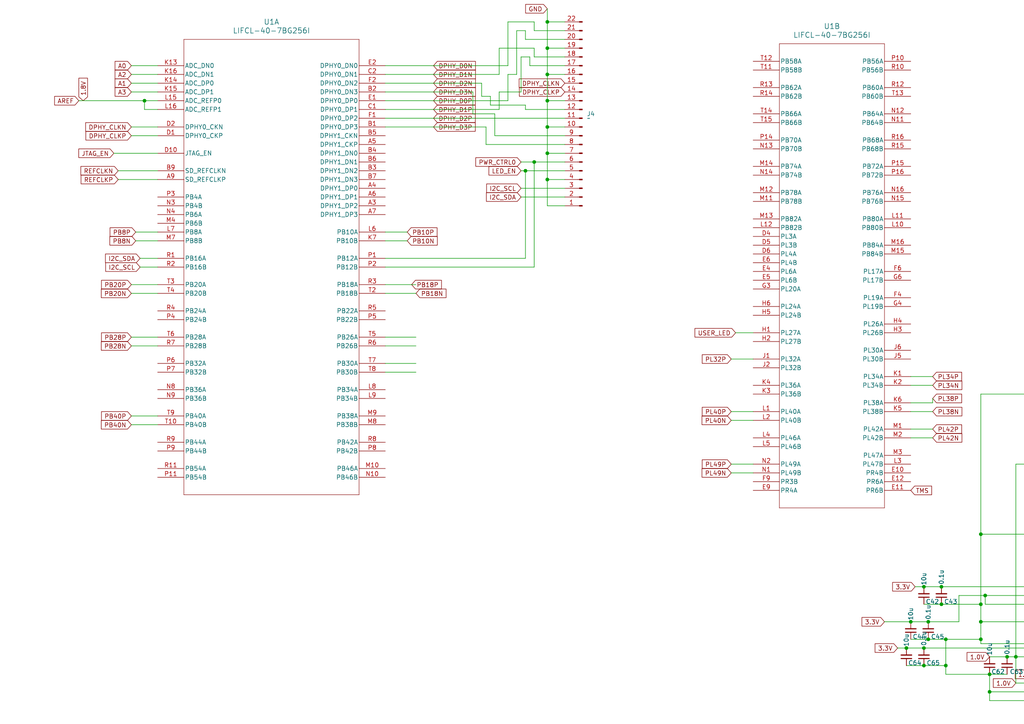
<source format=kicad_sch>
(kicad_sch (version 20231120) (generator "eeschema") (generator_version "8.0")
  (paper "A4")
  (junction (at 287.02 195.58))
  (junction (at 364.49 137.16))
  (junction (at 476.25 60.96))
  (junction (at 320.04 195.58))
  (junction (at 401.32 143.51))
  (junction (at 476.25 73.66))
  (junction (at 476.25 127))
  (junction (at 309.88 175.26))
  (junction (at 476.25 116.84))
  (junction (at 269.24 185.42))
  (junction (at 294.64 190.5))
  (junction (at 154.94 46.99))
  (junction (at 476.25 76.2))
  (junction (at 287.02 200.66))
  (junction (at 476.25 101.6))
  (junction (at 476.25 71.12))
  (junction (at 285.75 172.72))
  (junction (at 41.91 29.21))
  (junction (at 307.34 109.22))
  (junction (at 323.85 177.8))
  (junction (at 304.8 180.34))
  (junction (at 316.23 186.69))
  (junction (at 314.96 195.58))
  (junction (at 274.32 193.04))
  (junction (at 476.25 68.58))
  (junction (at 476.25 121.92))
  (junction (at 476.25 106.68))
  (junction (at 158.75 29.21))
  (junction (at 302.26 114.3))
  (junction (at 317.5 114.3))
  (junction (at 379.73 153.67))
  (junction (at 392.43 160.02))
  (junction (at 386.08 146.05))
  (junction (at 284.48 180.34))
  (junction (at 374.65 153.67))
  (junction (at 267.97 187.96))
  (junction (at 476.25 81.28))
  (junction (at 284.48 154.94))
  (junction (at 267.97 170.18))
  (junction (at 304.8 149.86))
  (junction (at 369.57 157.48))
  (junction (at 476.25 78.74))
  (junction (at 273.05 170.18))
  (junction (at 369.57 137.16))
  (junction (at 476.25 91.44))
  (junction (at 476.25 114.3))
  (junction (at 381 138.43))
  (junction (at 396.24 143.51))
  (junction (at 396.24 148.59))
  (junction (at 374.65 158.75))
  (junction (at 476.25 111.76))
  (junction (at 304.8 175.26))
  (junction (at 158.75 13.97))
  (junction (at 318.77 137.16))
  (junction (at 269.24 180.34))
  (junction (at 387.35 160.02))
  (junction (at 312.42 109.22))
  (junction (at 299.72 154.94))
  (junction (at 158.75 21.59))
  (junction (at 476.25 45.72))
  (junction (at 318.77 134.62))
  (junction (at 476.25 109.22))
  (junction (at 273.05 175.26))
  (junction (at 476.25 58.42))
  (junction (at 476.25 124.46))
  (junction (at 476.25 43.18))
  (junction (at 307.34 198.12))
  (junction (at 322.58 114.3))
  (junction (at 313.69 177.8))
  (junction (at 327.66 109.22))
  (junction (at 387.35 154.94))
  (junction (at 476.25 50.8))
  (junction (at 386.08 140.97))
  (junction (at 152.4 49.53))
  (junction (at 476.25 99.06))
  (junction (at 314.96 200.66))
  (junction (at 379.73 158.75))
  (junction (at 476.25 83.82))
  (junction (at 307.34 203.2))
  (junction (at 318.77 144.78))
  (junction (at 158.75 6.35))
  (junction (at 300.99 177.8))
  (junction (at 158.75 36.83))
  (junction (at 391.16 146.05))
  (junction (at 323.85 187.96))
  (junction (at 274.32 185.42))
  (junction (at 476.25 104.14))
  (junction (at 312.42 198.12))
  (junction (at 369.57 142.24))
  (junction (at 262.89 187.96))
  (junction (at 318.77 127))
  (junction (at 317.5 109.22))
  (junction (at 476.25 55.88))
  (junction (at 322.58 109.22))
  (junction (at 267.97 193.04))
  (junction (at 284.48 185.42))
  (junction (at 476.25 93.98))
  (junction (at 476.25 129.54))
  (junction (at 316.23 181.61))
  (junction (at 476.25 53.34))
  (junction (at 381 143.51))
  (junction (at 312.42 114.3))
  (junction (at 284.48 175.26))
  (junction (at 375.92 138.43))
  (junction (at 307.34 114.3))
  (junction (at 401.32 148.59))
  (junction (at 318.77 129.54))
  (junction (at 158.75 44.45))
  (junction (at 299.72 149.86))
  (junction (at 476.25 63.5))
  (junction (at 476.25 86.36))
  (junction (at 476.25 96.52))
  (junction (at 158.75 52.07))
  (junction (at 318.77 160.02))
  (junction (at 369.57 152.4))
  (junction (at 292.1 190.5))
  (junction (at 375.92 143.51))
  (junction (at 318.77 132.08))
  (junction (at 476.25 48.26))
  (junction (at 476.25 119.38))
  (junction (at 300.99 182.88))
  (junction (at 356.87 167.64))
  (junction (at 264.16 180.34))
  (junction (at 313.69 182.88))
  (junction (at 351.79 162.56))
  (junction (at 383.54 154.94))
  (junction (at 476.25 66.04))
  (junction (at 476.25 88.9))
  (junction (at 392.43 154.94))
  (junction (at 391.16 140.97))
  (junction (at 364.49 152.4))
  (wire (pts (xy 381 146.05) (xy 381 143.51)))
  (wire (pts (xy 144.78 13.97) (xy 154.94 13.97)))
  (wire (pts (xy 38.1 39.37) (xy 45.72 39.37)))
  (wire (pts (xy 373.38 157.48) (xy 373.38 158.75)))
  (wire (pts (xy 316.23 181.61) (xy 313.69 181.61)))
  (wire (pts (xy 323.85 180.34) (xy 313.69 180.34)))
  (wire (pts (xy 392.43 154.94) (xy 387.35 154.94)))
  (wire (pts (xy 285.75 175.26) (xy 285.75 172.72)))
  (wire (pts (xy 312.42 13.97) (xy 317.5 13.97)))
  (wire (pts (xy 408.94 143.51) (xy 408.94 154.94)))
  (wire (pts (xy 387.35 160.02) (xy 392.43 160.02)))
  (wire (pts (xy 147.32 29.21) (xy 147.32 21.59)))
  (wire (pts (xy 375.92 138.43) (xy 381 138.43)))
  (wire (pts (xy 269.24 180.34) (xy 278.13 180.34)))
  (wire (pts (xy 152.4 30.48) (xy 152.4 31.75)))
  (wire (pts (xy 212.09 119.38) (xy 218.44 119.38)))
  (wire (pts (xy 151.13 57.15) (xy 163.83 57.15)))
  (wire (pts (xy 317.5 109.22) (xy 322.58 109.22)))
  (wire (pts (xy 386.08 146.05) (xy 391.16 146.05)))
  (wire (pts (xy 396.24 148.59) (xy 401.32 148.59)))
  (wire (pts (xy 154.94 8.89) (xy 163.83 8.89)))
  (wire (pts (xy 274.32 195.58) (xy 274.32 193.04)))
  (wire (pts (xy 323.85 134.62) (xy 318.77 134.62)))
  (wire (pts (xy 316.23 186.69) (xy 284.48 186.69)))
  (wire (pts (xy 264.16 119.38) (xy 270.51 119.38)))
  (wire (pts (xy 152.4 49.53) (xy 152.4 74.93)))
  (wire (pts (xy 476.25 99.06) (xy 476.25 101.6)))
  (wire (pts (xy 158.75 44.45) (xy 158.75 52.07)))
  (wire (pts (xy 476.25 127) (xy 476.25 129.54)))
  (wire (pts (xy 309.88 64.77) (xy 317.5 64.77)))
  (wire (pts (xy 476.25 91.44) (xy 476.25 93.98)))
  (wire (pts (xy 374.65 158.75) (xy 379.73 158.75)))
  (wire (pts (xy 323.85 177.8) (xy 313.69 177.8)))
  (wire (pts (xy 351.79 162.56) (xy 356.87 162.56)))
  (wire (pts (xy 323.85 162.56) (xy 344.17 162.56)))
  (wire (pts (xy 312.42 109.22) (xy 317.5 109.22)))
  (wire (pts (xy 143.51 33.02) (xy 143.51 39.37)))
  (wire (pts (xy 139.7 24.13) (xy 139.7 27.94)))
  (wire (pts (xy 383.54 160.02) (xy 383.54 154.94)))
  (wire (pts (xy 212.09 104.14) (xy 218.44 104.14)))
  (wire (pts (xy 154.94 46.99) (xy 163.83 46.99)))
  (wire (pts (xy 284.48 175.26) (xy 284.48 154.94)))
  (wire (pts (xy 316.23 186.69) (xy 321.31 186.69)))
  (wire (pts (xy 284.48 180.34) (xy 304.8 180.34)))
  (wire (pts (xy 408.94 154.94) (xy 392.43 154.94)))
  (wire (pts (xy 401.32 143.51) (xy 408.94 143.51)))
  (wire (pts (xy 369.57 152.4) (xy 364.49 152.4)))
  (wire (pts (xy 260.35 187.96) (xy 262.89 187.96)))
  (wire (pts (xy 364.49 137.16) (xy 369.57 137.16)))
  (wire (pts (xy 111.76 100.33) (xy 120.65 100.33)))
  (wire (pts (xy 40.64 74.93) (xy 45.72 74.93)))
  (wire (pts (xy 267.97 170.18) (xy 273.05 170.18)))
  (wire (pts (xy 149.86 8.89) (xy 152.4 8.89)))
  (wire (pts (xy 322.58 114.3) (xy 327.66 114.3)))
  (wire (pts (xy 299.72 198.12) (xy 294.64 198.12)))
  (wire (pts (xy 273.05 170.18) (xy 323.85 170.18)))
  (wire (pts (xy 300.99 177.8) (xy 300.99 182.88)))
  (wire (pts (xy 321.31 137.16) (xy 321.31 135.89)))
  (wire (pts (xy 304.8 175.26) (xy 309.88 175.26)))
  (wire (pts (xy 111.76 97.79) (xy 120.65 97.79)))
  (wire (pts (xy 476.25 124.46) (xy 476.25 127)))
  (wire (pts (xy 347.98 157.48) (xy 359.41 157.48)))
  (wire (pts (xy 476.25 96.52) (xy 476.25 99.06)))
  (wire (pts (xy 147.32 21.59) (xy 149.86 21.59)))
  (wire (pts (xy 111.76 36.83) (xy 140.97 36.83)))
  (wire (pts (xy 111.76 19.05) (xy 147.32 19.05)))
  (wire (pts (xy 264.16 109.22) (xy 270.51 109.22)))
  (wire (pts (xy 264.16 116.84) (xy 270.51 116.84)))
  (wire (pts (xy 381 138.43) (xy 386.08 138.43)))
  (wire (pts (xy 351.79 167.64) (xy 356.87 167.64)))
  (wire (pts (xy 359.41 160.02) (xy 383.54 160.02)))
  (wire (pts (xy 294.64 134.62) (xy 294.64 190.5)))
  (wire (pts (xy 364.49 142.24) (xy 369.57 142.24)))
  (wire (pts (xy 111.76 26.67) (xy 137.16 26.67)))
  (wire (pts (xy 476.25 101.6) (xy 476.25 104.14)))
  (wire (pts (xy 33.02 44.45) (xy 45.72 44.45)))
  (wire (pts (xy 374.65 153.67) (xy 374.65 152.4)))
  (wire (pts (xy 386.08 140.97) (xy 391.16 140.97)))
  (wire (pts (xy 264.16 124.46) (xy 270.51 124.46)))
  (wire (pts (xy 476.25 121.92) (xy 476.25 124.46)))
  (wire (pts (xy 154.94 6.35) (xy 154.94 8.89)))
  (wire (pts (xy 476.25 55.88) (xy 476.25 58.42)))
  (wire (pts (xy 151.13 49.53) (xy 152.4 49.53)))
  (wire (pts (xy 39.37 69.85) (xy 45.72 69.85)))
  (wire (pts (xy 311.15 34.29) (xy 317.5 34.29)))
  (wire (pts (xy 158.75 21.59) (xy 158.75 29.21)))
  (wire (pts (xy 476.25 63.5) (xy 476.25 66.04)))
  (wire (pts (xy 158.75 52.07) (xy 163.83 52.07)))
  (wire (pts (xy 314.96 149.86) (xy 323.85 149.86)))
  (wire (pts (xy 476.25 114.3) (xy 476.25 116.84)))
  (wire (pts (xy 384.81 160.02) (xy 387.35 160.02)))
  (wire (pts (xy 284.48 180.34) (xy 284.48 175.26)))
  (wire (pts (xy 307.34 198.12) (xy 304.8 198.12)))
  (wire (pts (xy 287.02 195.58) (xy 292.1 195.58)))
  (wire (pts (xy 274.32 193.04) (xy 274.32 185.42)))
  (wire (pts (xy 316.23 127) (xy 318.77 127)))
  (wire (pts (xy 318.77 144.78) (xy 318.77 160.02)))
  (wire (pts (xy 379.73 158.75) (xy 384.81 158.75)))
  (wire (pts (xy 41.91 31.75) (xy 41.91 29.21)))
  (wire (pts (xy 318.77 127) (xy 318.77 118.11)))
  (wire (pts (xy 158.75 36.83) (xy 158.75 44.45)))
  (wire (pts (xy 391.16 148.59) (xy 396.24 148.59)))
  (wire (pts (xy 111.76 107.95) (xy 120.65 107.95)))
  (wire (pts (xy 264.16 127) (xy 270.51 127)))
  (wire (pts (xy 267.97 187.96) (xy 323.85 187.96)))
  (wire (pts (xy 45.72 31.75) (xy 41.91 31.75)))
  (wire (pts (xy 476.25 86.36) (xy 476.25 88.9)))
  (wire (pts (xy 321.31 135.89) (xy 364.49 135.89)))
  (wire (pts (xy 300.99 195.58) (xy 300.99 182.88)))
  (wire (pts (xy 299.72 154.94) (xy 304.8 154.94)))
  (wire (pts (xy 213.36 96.52) (xy 218.44 96.52)))
  (wire (pts (xy 274.32 185.42) (xy 284.48 185.42)))
  (wire (pts (xy 318.77 127) (xy 323.85 127)))
  (wire (pts (xy 396.24 143.51) (xy 383.54 143.51)))
  (wire (pts (xy 313.69 177.8) (xy 313.69 180.34)))
  (wire (pts (xy 307.34 203.2) (xy 287.02 203.2)))
  (wire (pts (xy 359.41 139.7) (xy 353.06 139.7)))
  (wire (pts (xy 320.04 195.58) (xy 323.85 195.58)))
  (wire (pts (xy 303.53 190.5) (xy 294.64 190.5)))
  (wire (pts (xy 163.83 19.05) (xy 153.67 19.05)))
  (wire (pts (xy 316.23 137.16) (xy 318.77 137.16)))
  (wire (pts (xy 336.55 177.8) (xy 323.85 177.8)))
  (wire (pts (xy 318.77 132.08) (xy 318.77 129.54)))
  (wire (pts (xy 302.26 114.3) (xy 307.34 114.3)))
  (wire (pts (xy 40.64 77.47) (xy 45.72 77.47)))
  (wire (pts (xy 384.81 158.75) (xy 384.81 160.02)))
  (wire (pts (xy 267.97 193.04) (xy 274.32 193.04)))
  (wire (pts (xy 364.49 157.48) (xy 369.57 157.48)))
  (wire (pts (xy 300.99 182.88) (xy 313.69 182.88)))
  (wire (pts (xy 476.25 76.2) (xy 476.25 78.74)))
  (wire (pts (xy 158.75 6.35) (xy 163.83 6.35)))
  (wire (pts (xy 318.77 137.16) (xy 321.31 137.16)))
  (wire (pts (xy 314.96 200.66) (xy 320.04 200.66)))
  (wire (pts (xy 152.4 8.89) (xy 152.4 11.43)))
  (wire (pts (xy 111.76 67.31) (xy 118.11 67.31)))
  (wire (pts (xy 323.85 198.12) (xy 312.42 198.12)))
  (wire (pts (xy 356.87 167.64) (xy 387.35 167.64)))
  (wire (pts (xy 476.25 78.74) (xy 476.25 81.28)))
  (wire (pts (xy 476.25 68.58) (xy 476.25 71.12)))
  (wire (pts (xy 318.77 160.02) (xy 323.85 160.02)))
  (wire (pts (xy 264.16 180.34) (xy 269.24 180.34)))
  (wire (pts (xy 369.57 143.51) (xy 369.57 142.24)))
  (wire (pts (xy 323.85 139.7) (xy 347.98 139.7)))
  (wire (pts (xy 334.01 118.11) (xy 334.01 109.22)))
  (wire (pts (xy 39.37 67.31) (xy 45.72 67.31)))
  (wire (pts (xy 142.24 30.48) (xy 152.4 30.48)))
  (wire (pts (xy 386.08 146.05) (xy 381 146.05)))
  (wire (pts (xy 158.75 29.21) (xy 163.83 29.21)))
  (wire (pts (xy 375.92 138.43) (xy 359.41 138.43)))
  (wire (pts (xy 353.06 154.94) (xy 374.65 154.94)))
  (wire (pts (xy 360.68 142.24) (xy 360.68 140.97)))
  (wire (pts (xy 312.42 114.3) (xy 317.5 114.3)))
  (wire (pts (xy 396.24 148.59) (xy 396.24 160.02)))
  (wire (pts (xy 323.85 142.24) (xy 342.9 142.24)))
  (wire (pts (xy 111.76 29.21) (xy 147.32 29.21)))
  (wire (pts (xy 476.25 48.26) (xy 476.25 50.8)))
  (wire (pts (xy 38.1 19.05) (xy 45.72 19.05)))
  (wire (pts (xy 476.25 93.98) (xy 476.25 96.52)))
  (wire (pts (xy 111.76 34.29) (xy 163.83 34.29)))
  (wire (pts (xy 158.75 6.35) (xy 158.75 13.97)))
  (wire (pts (xy 323.85 129.54) (xy 318.77 129.54)))
  (wire (pts (xy 285.75 172.72) (xy 323.85 172.72)))
  (wire (pts (xy 309.88 149.86) (xy 304.8 149.86)))
  (wire (pts (xy 38.1 100.33) (xy 45.72 100.33)))
  (wire (pts (xy 391.16 146.05) (xy 391.16 148.59)))
  (wire (pts (xy 287.02 190.5) (xy 292.1 190.5)))
  (wire (pts (xy 476.25 45.72) (xy 476.25 48.26)))
  (wire (pts (xy 476.25 43.18) (xy 476.25 45.72)))
  (wire (pts (xy 284.48 185.42) (xy 284.48 180.34)))
  (wire (pts (xy 354.33 144.78) (xy 383.54 144.78)))
  (wire (pts (xy 476.25 83.82) (xy 476.25 86.36)))
  (wire (pts (xy 304.8 180.34) (xy 309.88 180.34)))
  (wire (pts (xy 347.98 142.24) (xy 360.68 142.24)))
  (wire (pts (xy 476.25 109.22) (xy 476.25 111.76)))
  (wire (pts (xy 323.85 154.94) (xy 347.98 154.94)))
  (wire (pts (xy 308.61 190.5) (xy 323.85 190.5)))
  (wire (pts (xy 387.35 167.64) (xy 387.35 160.02)))
  (wire (pts (xy 299.72 144.78) (xy 318.77 144.78)))
  (wire (pts (xy 294.64 198.12) (xy 294.64 190.5)))
  (wire (pts (xy 158.75 59.69) (xy 163.83 59.69)))
  (wire (pts (xy 278.13 180.34) (xy 278.13 172.72)))
  (wire (pts (xy 153.67 16.51) (xy 151.13 16.51)))
  (wire (pts (xy 256.54 180.34) (xy 264.16 180.34)))
  (wire (pts (xy 307.34 114.3) (xy 312.42 114.3)))
  (wire (pts (xy 476.25 60.96) (xy 476.25 63.5)))
  (wire (pts (xy 308.61 62.23) (xy 317.5 62.23)))
  (wire (pts (xy 22.86 29.21) (xy 41.91 29.21)))
  (wire (pts (xy 267.97 175.26) (xy 273.05 175.26)))
  (wire (pts (xy 304.8 149.86) (xy 299.72 149.86)))
  (wire (pts (xy 111.76 24.13) (xy 139.7 24.13)))
  (wire (pts (xy 317.5 114.3) (xy 322.58 114.3)))
  (wire (pts (xy 212.09 134.62) (xy 218.44 134.62)))
  (wire (pts (xy 38.1 36.83) (xy 45.72 36.83)))
  (wire (pts (xy 158.75 52.07) (xy 158.75 59.69)))
  (wire (pts (xy 158.75 13.97) (xy 163.83 13.97)))
  (wire (pts (xy 140.97 36.83) (xy 140.97 41.91)))
  (wire (pts (xy 373.38 158.75) (xy 374.65 158.75)))
  (wire (pts (xy 287.02 203.2) (xy 287.02 200.66)))
  (wire (pts (xy 262.89 193.04) (xy 267.97 193.04)))
  (wire (pts (xy 318.77 129.54) (xy 318.77 127)))
  (wire (pts (xy 391.16 140.97) (xy 396.24 140.97)))
  (wire (pts (xy 312.42 198.12) (xy 307.34 198.12)))
  (wire (pts (xy 476.25 50.8) (xy 476.25 53.34)))
  (wire (pts (xy 349.25 162.56) (xy 351.79 162.56)))
  (wire (pts (xy 387.35 154.94) (xy 383.54 154.94)))
  (wire (pts (xy 38.1 21.59) (xy 45.72 21.59)))
  (wire (pts (xy 323.85 152.4) (xy 354.33 152.4)))
  (wire (pts (xy 149.86 8.89) (xy 149.86 21.59)))
  (wire (pts (xy 360.68 140.97) (xy 386.08 140.97)))
  (wire (pts (xy 38.1 97.79) (xy 45.72 97.79)))
  (wire (pts (xy 309.88 72.39) (xy 317.5 72.39)))
  (wire (pts (xy 111.76 74.93) (xy 152.4 74.93)))
  (wire (pts (xy 369.57 157.48) (xy 373.38 157.48)))
  (wire (pts (xy 143.51 39.37) (xy 163.83 39.37)))
  (wire (pts (xy 299.72 154.94) (xy 284.48 154.94)))
  (wire (pts (xy 313.69 177.8) (xy 300.99 177.8)))
  (wire (pts (xy 381 16.51) (xy 373.38 16.51)))
  (wire (pts (xy 292.1 190.5) (xy 294.64 190.5)))
  (wire (pts (xy 307.34 203.2) (xy 312.42 203.2)))
  (wire (pts (xy 142.24 27.94) (xy 142.24 30.48)))
  (wire (pts (xy 318.77 118.11) (xy 334.01 118.11)))
  (wire (pts (xy 111.76 21.59) (xy 144.78 21.59)))
  (wire (pts (xy 144.78 31.75) (xy 144.78 26.67)))
  (wire (pts (xy 476.25 104.14) (xy 476.25 106.68)))
  (wire (pts (xy 322.58 109.22) (xy 327.66 109.22)))
  (wire (pts (xy 302.26 109.22) (xy 307.34 109.22)))
  (wire (pts (xy 158.75 2.54) (xy 158.75 6.35)))
  (wire (pts (xy 323.85 144.78) (xy 349.25 144.78)))
  (wire (pts (xy 476.25 106.68) (xy 476.25 109.22)))
  (wire (pts (xy 38.1 26.67) (xy 45.72 26.67)))
  (wire (pts (xy 396.24 160.02) (xy 392.43 160.02)))
  (wire (pts (xy 152.4 11.43) (xy 163.83 11.43)))
  (wire (pts (xy 137.16 26.67) (xy 137.16 33.02)))
  (wire (pts (xy 212.09 137.16) (xy 218.44 137.16)))
  (wire (pts (xy 300.99 160.02) (xy 318.77 160.02)))
  (wire (pts (xy 111.76 31.75) (xy 144.78 31.75)))
  (wire (pts (xy 318.77 134.62) (xy 318.77 132.08)))
  (wire (pts (xy 273.05 175.26) (xy 284.48 175.26)))
  (wire (pts (xy 154.94 77.47) (xy 154.94 46.99)))
  (wire (pts (xy 323.85 137.16) (xy 353.06 137.16)))
  (wire (pts (xy 265.43 170.18) (xy 267.97 170.18)))
  (wire (pts (xy 313.69 181.61) (xy 313.69 182.88)))
  (wire (pts (xy 318.77 134.62) (xy 294.64 134.62)))
  (wire (pts (xy 304.8 175.26) (xy 285.75 175.26)))
  (wire (pts (xy 383.54 143.51) (xy 383.54 144.78)))
  (wire (pts (xy 264.16 185.42) (xy 269.24 185.42)))
  (wire (pts (xy 476.25 111.76) (xy 476.25 114.3)))
  (wire (pts (xy 401.32 143.51) (xy 396.24 143.51)))
  (wire (pts (xy 323.85 185.42) (xy 323.85 187.96)))
  (wire (pts (xy 373.38 69.85) (xy 384.81 69.85)))
  (wire (pts (xy 369.57 137.16) (xy 375.92 137.16)))
  (wire (pts (xy 375.92 143.51) (xy 369.57 143.51)))
  (wire (pts (xy 278.13 172.72) (xy 285.75 172.72)))
  (wire (pts (xy 144.78 26.67) (xy 151.13 26.67)))
  (wire (pts (xy 111.76 77.47) (xy 154.94 77.47)))
  (wire (pts (xy 323.85 132.08) (xy 318.77 132.08)))
  (wire (pts (xy 270.51 115.57) (xy 270.51 116.84)))
  (wire (pts (xy 264.16 111.76) (xy 270.51 111.76)))
  (wire (pts (xy 359.41 138.43) (xy 359.41 139.7)))
  (wire (pts (xy 153.67 19.05) (xy 153.67 16.51)))
  (wire (pts (xy 476.25 119.38) (xy 476.25 121.92)))
  (wire (pts (xy 147.32 6.35) (xy 147.32 19.05)))
  (wire (pts (xy 359.41 157.48) (xy 359.41 160.02)))
  (wire (pts (xy 476.25 58.42) (xy 476.25 60.96)))
  (wire (pts (xy 476.25 53.34) (xy 476.25 55.88)))
  (wire (pts (xy 383.54 154.94) (xy 383.54 153.67)))
  (wire (pts (xy 384.81 67.31) (xy 373.38 67.31)))
  (wire (pts (xy 111.76 82.55) (xy 120.65 82.55)))
  (wire (pts (xy 476.25 81.28) (xy 476.25 83.82)))
  (wire (pts (xy 375.92 143.51) (xy 381 143.51)))
  (wire (pts (xy 38.1 85.09) (xy 45.72 85.09)))
  (wire (pts (xy 158.75 29.21) (xy 158.75 36.83)))
  (wire (pts (xy 364.49 135.89) (xy 364.49 137.16)))
  (wire (pts (xy 158.75 44.45) (xy 163.83 44.45)))
  (wire (pts (xy 38.1 120.65) (xy 45.72 120.65)))
  (wire (pts (xy 476.25 129.54) (xy 476.25 137.16)))
  (wire (pts (xy 323.85 157.48) (xy 342.9 157.48)))
  (wire (pts (xy 139.7 27.94) (xy 142.24 27.94)))
  (wire (pts (xy 287.02 200.66) (xy 287.02 195.58)))
  (wire (pts (xy 38.1 123.19) (xy 45.72 123.19)))
  (wire (pts (xy 262.89 187.96) (xy 267.97 187.96)))
  (wire (pts (xy 314.96 200.66) (xy 287.02 200.66)))
  (wire (pts (xy 318.77 137.16) (xy 318.77 144.78)))
  (wire (pts (xy 287.02 195.58) (xy 274.32 195.58)))
  (wire (pts (xy 41.91 29.21) (xy 45.72 29.21)))
  (wire (pts (xy 358.14 137.16) (xy 364.49 137.16)))
  (wire (pts (xy 154.94 16.51) (xy 163.83 16.51)))
  (wire (pts (xy 284.48 154.94) (xy 284.48 114.3)))
  (wire (pts (xy 152.4 49.53) (xy 163.83 49.53)))
  (wire (pts (xy 152.4 31.75) (xy 163.83 31.75)))
  (wire (pts (xy 299.72 149.86) (xy 299.72 144.78)))
  (wire (pts (xy 34.29 52.07) (xy 45.72 52.07)))
  (wire (pts (xy 284.48 186.69) (xy 284.48 185.42)))
  (wire (pts (xy 158.75 36.83) (xy 163.83 36.83)))
  (wire (pts (xy 313.69 182.88) (xy 323.85 182.88)))
  (wire (pts (xy 151.13 26.67) (xy 151.13 16.51)))
  (wire (pts (xy 284.48 114.3) (xy 302.26 114.3)))
  (wire (pts (xy 309.88 69.85) (xy 317.5 69.85)))
  (wire (pts (xy 476.25 66.04) (xy 476.25 68.58)))
  (wire (pts (xy 379.73 153.67) (xy 374.65 153.67)))
  (wire (pts (xy 476.25 88.9) (xy 476.25 91.44)))
  (wire (pts (xy 212.09 121.92) (xy 218.44 121.92)))
  (wire (pts (xy 334.01 109.22) (xy 327.66 109.22)))
  (wire (pts (xy 154.94 13.97) (xy 154.94 16.51)))
  (wire (pts (xy 374.65 154.94) (xy 374.65 153.67)))
  (wire (pts (xy 476.25 71.12) (xy 476.25 73.66)))
  (wire (pts (xy 476.25 73.66) (xy 476.25 76.2)))
  (wire (pts (xy 38.1 24.13) (xy 45.72 24.13)))
  (wire (pts (xy 300.99 195.58) (xy 307.34 195.58)))
  (wire (pts (xy 307.34 109.22) (xy 312.42 109.22)))
  (wire (pts (xy 269.24 185.42) (xy 274.32 185.42)))
  (wire (pts (xy 312.42 195.58) (xy 314.96 195.58)))
  (wire (pts (xy 374.65 152.4) (xy 369.57 152.4)))
  (wire (pts (xy 316.23 181.61) (xy 321.31 181.61)))
  (wire (pts (xy 111.76 69.85) (xy 118.11 69.85)))
  (wire (pts (xy 158.75 21.59) (xy 163.83 21.59)))
  (wire (pts (xy 314.96 195.58) (xy 320.04 195.58)))
  (wire (pts (xy 476.25 116.84) (xy 476.25 119.38)))
  (wire (pts (xy 137.16 33.02) (xy 143.51 33.02)))
  (wire (pts (xy 147.32 6.35) (xy 154.94 6.35)))
  (wire (pts (xy 151.13 46.99) (xy 154.94 46.99)))
  (wire (pts (xy 476.25 40.64) (xy 476.25 43.18)))
  (wire (pts (xy 158.75 13.97) (xy 158.75 21.59)))
  (wire (pts (xy 34.29 49.53) (xy 45.72 49.53)))
  (wire (pts (xy 111.76 105.41) (xy 120.65 105.41)))
  (wire (pts (xy 373.38 74.93) (xy 383.54 74.93)))
  (wire (pts (xy 373.38 21.59) (xy 381 21.59)))
  (wire (pts (xy 38.1 82.55) (xy 45.72 82.55)))
  (wire (pts (xy 309.88 175.26) (xy 323.85 175.26)))
  (wire (pts (xy 386.08 138.43) (xy 386.08 140.97)))
  (wire (pts (xy 300.99 160.02) (xy 300.99 177.8)))
  (wire (pts (xy 383.54 153.67) (xy 379.73 153.67)))
  (wire (pts (xy 364.49 152.4) (xy 359.41 152.4)))
  (wire (pts (xy 140.97 41.91) (xy 163.83 41.91)))
  (wire (pts (xy 144.78 21.59) (xy 144.78 13.97)))
  (wire (pts (xy 375.92 137.16) (xy 375.92 138.43)))
  (wire (pts (xy 396.24 140.97) (xy 396.24 143.51)))
  (wire (pts (xy 151.13 54.61) (xy 163.83 54.61)))
  (wire (pts (xy 111.76 85.09) (xy 120.65 85.09)))
  (global_label "PL49N" (shape input) (at 212.09 137.16 180) (property "Intersheetrefs" "${INTERSHEET_REFS}" (effects (hide yes))))
  (global_label "PB40P" (shape input) (at 38.1 120.65 180) (property "Intersheetrefs" "${INTERSHEET_REFS}" (effects (hide yes))))
  (global_label "PB20P" (shape input) (at 38.1 82.55 180) (property "Intersheetrefs" "${INTERSHEET_REFS}" (effects (hide yes))))
  (global_label "1.8V" (shape input) (at 316.23 137.16 180) (property "Intersheetrefs" "${INTERSHEET_REFS}" (effects (hide yes))))
  (global_label "TMS" (shape input) (at 264.16 142.24 0) (property "Intersheetrefs" "${INTERSHEET_REFS}" (effects (hide yes))))
  (global_label "PB28P" (shape input) (at 38.1 97.79 180) (property "Intersheetrefs" "${INTERSHEET_REFS}" (effects (hide yes))))
  (global_label "PL49P" (shape input) (at 212.09 134.62 180) (property "Intersheetrefs" "${INTERSHEET_REFS}" (effects (hide yes))))
  (global_label "PL34P" (shape input) (at 270.51 109.22 0) (property "Intersheetrefs" "${INTERSHEET_REFS}" (effects (hide yes))))
  (global_label "JTAG_EN" (shape input) (at 33.02 44.45 180) (property "Intersheetrefs" "${INTERSHEET_REFS}" (effects (hide yes))))
  (global_label "PB10P" (shape input) (at 118.11 67.31 0) (property "Intersheetrefs" "${INTERSHEET_REFS}" (effects (hide yes))))
  (global_label "PROGRAM" (shape input) (at 309.88 64.77 180) (property "Intersheetrefs" "${INTERSHEET_REFS}" (effects (hide yes))))
  (global_label "DPHY_D0P" (shape input) (at 125.73 29.21 0) (property "Intersheetrefs" "${INTERSHEET_REFS}" (effects (hide yes))))
  (global_label "GND" (shape input) (at 158.75 2.54 180) (property "Intersheetrefs" "${INTERSHEET_REFS}" (effects (hide yes))))
  (global_label "PWR_CTRL0" (shape input) (at 151.13 46.99 180) (property "Intersheetrefs" "${INTERSHEET_REFS}" (effects (hide yes))))
  (global_label "DPHY_D2N" (shape input) (at 125.73 24.13 0) (property "Intersheetrefs" "${INTERSHEET_REFS}" (effects (hide yes))))
  (global_label "1.0V" (shape input) (at 294.64 198.12 180) (property "Intersheetrefs" "${INTERSHEET_REFS}" (effects (hide yes))))
  (global_label "DPHY_D3N" (shape input) (at 125.73 26.67 0) (property "Intersheetrefs" "${INTERSHEET_REFS}" (effects (hide yes))))
  (global_label "DPHY_D3P" (shape input) (at 125.73 36.83 0) (property "Intersheetrefs" "${INTERSHEET_REFS}" (effects (hide yes))))
  (global_label "12MHZ" (shape input) (at 311.15 34.29 180) (property "Intersheetrefs" "${INTERSHEET_REFS}" (effects (hide yes))))
  (global_label "USER_LED" (shape input) (at 213.36 96.52 180) (property "Intersheetrefs" "${INTERSHEET_REFS}" (effects (hide yes))))
  (global_label "PL38N" (shape input) (at 270.51 119.38 0) (property "Intersheetrefs" "${INTERSHEET_REFS}" (effects (hide yes))))
  (global_label "3.3V" (shape input) (at 260.35 187.96 180) (property "Intersheetrefs" "${INTERSHEET_REFS}" (effects (hide yes))))
  (global_label "INIT" (shape input) (at 308.61 62.23 180) (property "Intersheetrefs" "${INTERSHEET_REFS}" (effects (hide yes))))
  (global_label "1.0V" (shape input) (at 316.23 127 180) (property "Intersheetrefs" "${INTERSHEET_REFS}" (effects (hide yes))))
  (global_label "A1" (shape input) (at 38.1 24.13 180) (property "Intersheetrefs" "${INTERSHEET_REFS}" (effects (hide yes))))
  (global_label "PL34N" (shape input) (at 270.51 111.76 0) (property "Intersheetrefs" "${INTERSHEET_REFS}" (effects (hide yes))))
  (global_label "DPHY_D1N" (shape input) (at 125.73 21.59 0) (property "Intersheetrefs" "${INTERSHEET_REFS}" (effects (hide yes))))
  (global_label "MOSI" (shape input) (at 309.88 72.39 180) (property "Intersheetrefs" "${INTERSHEET_REFS}" (effects (hide yes))))
  (global_label "DPHY_CLKN" (shape input) (at 163.83 24.13 180) (property "Intersheetrefs" "${INTERSHEET_REFS}" (effects (hide yes))))
  (global_label "1.0V" (shape input) (at 356.87 162.56 0) (property "Intersheetrefs" "${INTERSHEET_REFS}" (effects (hide yes))))
  (global_label "PL40N" (shape input) (at 212.09 121.92 180) (property "Intersheetrefs" "${INTERSHEET_REFS}" (effects (hide yes))))
  (global_label "PB40N" (shape input) (at 38.1 123.19 180) (property "Intersheetrefs" "${INTERSHEET_REFS}" (effects (hide yes))))
  (global_label "PB10N" (shape input) (at 118.11 69.85 0) (property "Intersheetrefs" "${INTERSHEET_REFS}" (effects (hide yes))))
  (global_label "REFCLKP" (shape input) (at 34.29 52.07 180) (property "Intersheetrefs" "${INTERSHEET_REFS}" (effects (hide yes))))
  (global_label "TDI" (shape input) (at 312.42 13.97 180) (property "Intersheetrefs" "${INTERSHEET_REFS}" (effects (hide yes))))
  (global_label "I2C_SCL" (shape input) (at 151.13 54.61 180) (property "Intersheetrefs" "${INTERSHEET_REFS}" (effects (hide yes))))
  (global_label "3.3V" (shape input) (at 265.43 170.18 180) (property "Intersheetrefs" "${INTERSHEET_REFS}" (effects (hide yes))))
  (global_label "PB8P" (shape input) (at 39.37 67.31 180) (property "Intersheetrefs" "${INTERSHEET_REFS}" (effects (hide yes))))
  (global_label "A0" (shape input) (at 38.1 19.05 180) (property "Intersheetrefs" "${INTERSHEET_REFS}" (effects (hide yes))))
  (global_label "3.3V" (shape input) (at 256.54 180.34 180) (property "Intersheetrefs" "${INTERSHEET_REFS}" (effects (hide yes))))
  (global_label "A3" (shape input) (at 38.1 26.67 180) (property "Intersheetrefs" "${INTERSHEET_REFS}" (effects (hide yes))))
  (global_label "1.0V" (shape input) (at 287.02 190.5 180) (property "Intersheetrefs" "${INTERSHEET_REFS}" (effects (hide yes))))
  (global_label "DPHY_CLKP" (shape input) (at 163.83 26.67 180) (property "Intersheetrefs" "${INTERSHEET_REFS}" (effects (hide yes))))
  (global_label "SCK" (shape input) (at 384.81 67.31 0) (property "Intersheetrefs" "${INTERSHEET_REFS}" (effects (hide yes))))
  (global_label "PL38P" (shape input) (at 270.51 115.57 0) (property "Intersheetrefs" "${INTERSHEET_REFS}" (effects (hide yes))))
  (global_label "I2C_SCL" (shape input) (at 40.64 77.47 180) (property "Intersheetrefs" "${INTERSHEET_REFS}" (effects (hide yes))))
  (global_label "CSN" (shape input) (at 309.88 69.85 180) (property "Intersheetrefs" "${INTERSHEET_REFS}" (effects (hide yes))))
  (global_label "1.8V" (shape input) (at 24.13 29.21 90) (property "Intersheetrefs" "${INTERSHEET_REFS}" (effects (hide yes))))
  (global_label "I2C_SDA" (shape input) (at 40.64 74.93 180) (property "Intersheetrefs" "${INTERSHEET_REFS}" (effects (hide yes))))
  (global_label "TCK" (shape input) (at 381 21.59 0) (property "Intersheetrefs" "${INTERSHEET_REFS}" (effects (hide yes))))
  (global_label "PL42P" (shape input) (at 270.51 124.46 0) (property "Intersheetrefs" "${INTERSHEET_REFS}" (effects (hide yes))))
  (global_label "CDONE" (shape input) (at 384.81 69.85 0) (property "Intersheetrefs" "${INTERSHEET_REFS}" (effects (hide yes))))
  (global_label "AREF" (shape input) (at 22.86 29.21 180) (property "Intersheetrefs" "${INTERSHEET_REFS}" (effects (hide yes))))
  (global_label "I2C_SDA" (shape input) (at 151.13 57.15 180) (property "Intersheetrefs" "${INTERSHEET_REFS}" (effects (hide yes))))
  (global_label "LED_EN" (shape input) (at 151.13 49.53 180) (property "Intersheetrefs" "${INTERSHEET_REFS}" (effects (hide yes))))
  (global_label "DPHY_CLKP" (shape input) (at 38.1 39.37 180) (property "Intersheetrefs" "${INTERSHEET_REFS}" (effects (hide yes))))
  (global_label "DPHY_D1P" (shape input) (at 125.73 31.75 0) (property "Intersheetrefs" "${INTERSHEET_REFS}" (effects (hide yes))))
  (global_label "DPHY_D0N" (shape input) (at 125.73 19.05 0) (property "Intersheetrefs" "${INTERSHEET_REFS}" (effects (hide yes))))
  (global_label "A2" (shape input) (at 38.1 21.59 180) (property "Intersheetrefs" "${INTERSHEET_REFS}" (effects (hide yes))))
  (global_label "PL32P" (shape input) (at 212.09 104.14 180) (property "Intersheetrefs" "${INTERSHEET_REFS}" (effects (hide yes))))
  (global_label "TDO" (shape input) (at 381 16.51 0) (property "Intersheetrefs" "${INTERSHEET_REFS}" (effects (hide yes))))
  (global_label "PL40P" (shape input) (at 212.09 119.38 180) (property "Intersheetrefs" "${INTERSHEET_REFS}" (effects (hide yes))))
  (global_label "PB20N" (shape input) (at 38.1 85.09 180) (property "Intersheetrefs" "${INTERSHEET_REFS}" (effects (hide yes))))
  (global_label "REFCLKN" (shape input) (at 34.29 49.53 180) (property "Intersheetrefs" "${INTERSHEET_REFS}" (effects (hide yes))))
  (global_label "DPHY_CLKN" (shape input) (at 38.1 36.83 180) (property "Intersheetrefs" "${INTERSHEET_REFS}" (effects (hide yes))))
  (global_label "MISO" (shape input) (at 383.54 74.93 0) (property "Intersheetrefs" "${INTERSHEET_REFS}" (effects (hide yes))))
  (global_label "PB18N" (shape input) (at 120.65 85.09 0) (property "Intersheetrefs" "${INTERSHEET_REFS}" (effects (hide yes))))
  (global_label "PB8N" (shape input) (at 39.37 69.85 180) (property "Intersheetrefs" "${INTERSHEET_REFS}" (effects (hide yes))))
  (global_label "PB18P" (shape input) (at 119.38 82.55 0) (property "Intersheetrefs" "${INTERSHEET_REFS}" (effects (hide yes))))
  (global_label "PB28N" (shape input) (at 38.1 100.33 180) (property "Intersheetrefs" "${INTERSHEET_REFS}" (effects (hide yes))))
  (global_label "1.8V" (shape input) (at 300.99 195.58 180) (property "Intersheetrefs" "${INTERSHEET_REFS}" (effects (hide yes))))
  (global_label "DPHY_D2P" (shape input) (at 125.73 34.29 0) (property "Intersheetrefs" "${INTERSHEET_REFS}" (effects (hide yes))))
  (global_label "PL42N" (shape input) (at 270.51 127 0) (property "Intersheetrefs" "${INTERSHEET_REFS}" (effects (hide yes))))
  (symbol (lib_id "Device:C_Small") (at 374.65 156.21 180) (unit 1)
    (property "Reference" "C56" (at 375.158 157.988 0) (effects (justify right)))
    (property "Value" "10u" (at 374.65 151.384 90))
    (property "Footprint" "Capacitor_SMD:C_0402_1005Metric" (effects (hide yes)))
    (property "Description" "Unpolarized capacitor, small symbol" (effects (hide yes)))
  )
  (symbol (lib_id "Device:L_Small") (at 309.88 195.58 90) (unit 1)
    (property "Reference" "L11" (at 309.88 190.5 90))
    (property "Value" "120" (at 309.88 193.04 90))
    (property "Footprint" "Inductor_SMD:L_0402_1005Metric" (effects (hide yes)))
    (property "Description" "Inductor, small symbol" (effects (hide yes)))
  )
  (symbol (lib_id "Device:C_Small") (at 264.16 182.88 180) (unit 1)
    (property "Reference" "C44" (at 264.668 184.658 0) (effects (justify right)))
    (property "Value" "10u" (at 264.16 178.054 90))
    (property "Footprint" "Capacitor_SMD:C_0402_1005Metric" (effects (hide yes)))
    (property "Description" "Unpolarized capacitor, small symbol" (effects (hide yes)))
  )
  (symbol (lib_id "power:GND") (at 476.25 137.16 0) (unit 1)
    (property "Reference" "#PWR01" (effects (hide yes)))
    (property "Value" "GND" (at 476.25 142.24 0))
    (property "Description" "Power symbol creates a global label with name \"GND\" , ground" (effects (hide yes)))
  )
  (symbol (lib_id "Device:C_Small") (at 387.35 157.48 180) (unit 1)
    (property "Reference" "C58" (at 387.858 159.258 0) (effects (justify right)))
    (property "Value" "10u" (at 387.35 152.654 90))
    (property "Footprint" "Capacitor_SMD:C_0402_1005Metric" (effects (hide yes)))
    (property "Description" "Unpolarized capacitor, small symbol" (effects (hide yes)))
  )
  (symbol (lib_id "Device:C_Small") (at 320.04 198.12 180) (unit 1)
    (property "Reference" "C67" (at 320.802 199.898 0) (effects (justify right)))
    (property "Value" "0.1u" (at 320.04 192.786 90))
    (property "Footprint" "Capacitor_SMD:C_0201_0603Metric" (effects (hide yes)))
    (property "Description" "Unpolarized capacitor, small symbol" (effects (hide yes)))
  )
  (symbol (lib_id "Device:C_Small") (at 369.57 139.7 180) (unit 1)
    (property "Reference" "C47" (at 370.332 141.478 0) (effects (justify right)))
    (property "Value" "0.1u" (at 369.57 134.366 90))
    (property "Footprint" "Capacitor_SMD:C_0201_0603Metric" (effects (hide yes)))
    (property "Description" "Unpolarized capacitor, small symbol" (effects (hide yes)))
  )
  (symbol (lib_id "Device:C_Small") (at 317.5 111.76 180) (unit 1)
    (property "Reference" "C9" (at 318.262 113.538 0) (effects (justify right)))
    (property "Value" "0.1u" (at 317.5 106.426 90))
    (property "Footprint" "Capacitor_SMD:C_0201_0603Metric" (effects (hide yes)))
    (property "Description" "Unpolarized capacitor, small symbol" (effects (hide yes)))
  )
  (symbol (lib_id "Device:C_Small") (at 299.72 152.4 180) (unit 1)
    (property "Reference" "C36" (at 300.228 154.178 0) (effects (justify right)))
    (property "Value" "10u" (at 299.72 147.574 90))
    (property "Footprint" "Capacitor_SMD:C_0402_1005Metric" (effects (hide yes)))
    (property "Description" "Unpolarized capacitor, small symbol" (effects (hide yes)))
  )
  (symbol (lib_id "Device:C_Small") (at 307.34 111.76 180) (unit 1)
    (property "Reference" "C7" (at 308.356 113.538 0) (effects (justify right)))
    (property "Value" "10u" (at 307.34 106.68 90))
    (property "Footprint" "Capacitor_SMD:C_0402_1005Metric" (effects (hide yes)))
    (property "Description" "Unpolarized capacitor, small symbol" (effects (hide yes)))
  )
  (symbol (lib_id "Device:C_Small") (at 379.73 156.21 180) (unit 1)
    (property "Reference" "C57" (at 380.492 157.988 0) (effects (justify right)))
    (property "Value" "0.1u" (at 379.73 150.876 90))
    (property "Footprint" "Capacitor_SMD:C_0201_0603Metric" (effects (hide yes)))
    (property "Description" "Unpolarized capacitor, small symbol" (effects (hide yes)))
  )
  (symbol (lib_id "Device:C_Small") (at 392.43 157.48 180) (unit 1)
    (property "Reference" "C59" (at 393.192 159.258 0) (effects (justify right)))
    (property "Value" "0.1u" (at 392.43 152.146 90))
    (property "Footprint" "Capacitor_SMD:C_0201_0603Metric" (effects (hide yes)))
    (property "Description" "Unpolarized capacitor, small symbol" (effects (hide yes)))
  )
  (symbol (lib_id "Device:C_Small") (at 322.58 111.76 180) (unit 1)
    (property "Reference" "C14" (at 323.088 113.538 0) (effects (justify right)))
    (property "Value" "0.1u" (at 322.58 106.172 90))
    (property "Footprint" "Capacitor_SMD:C_0201_0603Metric" (effects (hide yes)))
    (property "Description" "Unpolarized capacitor, small symbol" (effects (hide yes)))
  )
  (symbol (lib_id "Device:C_Small") (at 269.24 182.88 180) (unit 1)
    (property "Reference" "C45" (at 270.002 184.658 0) (effects (justify right)))
    (property "Value" "0.1u" (at 269.24 177.546 90))
    (property "Footprint" "Capacitor_SMD:C_0201_0603Metric" (effects (hide yes)))
    (property "Description" "Unpolarized capacitor, small symbol" (effects (hide yes)))
  )
  (symbol (lib_id "Device:C_Small") (at 307.34 200.66 180) (unit 1)
    (property "Reference" "C68" (at 307.848 202.438 0) (effects (justify right)))
    (property "Value" "10u" (at 307.34 195.834 90))
    (property "Footprint" "Capacitor_SMD:C_0402_1005Metric" (effects (hide yes)))
    (property "Description" "Unpolarized capacitor, small symbol" (effects (hide yes)))
  )
  (symbol (lib_id "Device:C_Small") (at 375.92 140.97 180) (unit 1)
    (property "Reference" "C48" (at 376.428 142.748 0) (effects (justify right)))
    (property "Value" "10u" (at 375.92 136.144 90))
    (property "Footprint" "Capacitor_SMD:C_0402_1005Metric" (effects (hide yes)))
    (property "Description" "Unpolarized capacitor, small symbol" (effects (hide yes)))
  )
  (symbol (lib_id "Device:L_Small") (at 350.52 139.7 90) (unit 1)
    (property "Reference" "L4" (at 350.52 134.62 90))
    (property "Value" "120" (at 350.52 137.16 90))
    (property "Footprint" "Inductor_SMD:L_0402_1005Metric" (effects (hide yes)))
    (property "Description" "Inductor, small symbol" (effects (hide yes)))
  )
  (symbol (lib_id "Device:C_Small") (at 287.02 193.04 180) (unit 1)
    (property "Reference" "C62" (at 287.528 194.818 0) (effects (justify right)))
    (property "Value" "10u" (at 287.02 188.214 90))
    (property "Footprint" "Capacitor_SMD:C_0402_1005Metric" (effects (hide yes)))
    (property "Description" "Unpolarized capacitor, small symbol" (effects (hide yes)))
  )
  (symbol (lib_id "FPGA_Lattice_CL_NX-7g:LIFCL-40-7BG256I") (at 45.72 19.05 0) (unit 1)
    (property "Reference" "U1" (at 78.74 6.35 0) (effects (font (size 1.524 1.524))))
    (property "Value" "LIFCL-40-7BG256I" (at 78.74 8.89 0) (effects (font (size 1.524 1.524))))
    (property "Footprint" "bga256:caBGA256_LAT" (effects (hide yes)))
    (property "Datasheet" "LIFCL-40-7BG256I" (effects (hide yes)))
  )
  (symbol (lib_id "Device:C_Small") (at 312.42 111.76 180) (unit 1)
    (property "Reference" "C8" (at 312.928 113.538 0) (effects (justify right)))
    (property "Value" "10u" (at 312.166 106.68 90))
    (property "Footprint" "Capacitor_SMD:C_0402_1005Metric" (effects (hide yes)))
    (property "Description" "Unpolarized capacitor, small symbol" (effects (hide yes)))
  )
  (symbol (lib_id "Device:L_Small") (at 345.44 142.24 90) (unit 1)
    (property "Reference" "L5" (at 345.44 137.16 90))
    (property "Value" "120" (at 345.44 139.7 90))
    (property "Footprint" "Inductor_SMD:L_0402_1005Metric" (effects (hide yes)))
    (property "Description" "Inductor, small symbol" (effects (hide yes)))
  )
  (symbol (lib_id "Device:C_Small") (at 316.23 184.15 180) (unit 1)
    (property "Reference" "C40" (at 316.992 185.928 0) (effects (justify right)))
    (property "Value" "0.1u" (at 316.23 178.816 90))
    (property "Footprint" "Capacitor_SMD:C_0201_0603Metric" (effects (hide yes)))
    (property "Description" "Unpolarized capacitor, small symbol" (effects (hide yes)))
  )
  (symbol (lib_id "Device:C_Small") (at 351.79 165.1 180) (unit 1)
    (property "Reference" "C60" (at 352.298 166.878 0) (effects (justify right)))
    (property "Value" "10u" (at 351.79 160.274 90))
    (property "Footprint" "Capacitor_SMD:C_0402_1005Metric" (effects (hide yes)))
    (property "Description" "Unpolarized capacitor, small symbol" (effects (hide yes)))
  )
  (symbol (lib_id "FPGA_Lattice_CL_NX-7g:LIFCL-40-7BG256I") (at 317.5 11.43 0) (unit 3)
    (property "Reference" "U1" (at 345.44 1.27 0) (effects (font (size 1.524 1.524))))
    (property "Value" "LIFCL-40-7BG256I" (at 345.44 3.81 0) (effects (font (size 1.524 1.524))))
    (property "Footprint" "bga256:caBGA256_LAT" (effects (hide yes)))
    (property "Datasheet" "LIFCL-40-7BG256I" (effects (hide yes)))
  )
  (symbol (lib_id "Device:C_Small") (at 364.49 139.7 180) (unit 1)
    (property "Reference" "C46" (at 364.998 141.478 0) (effects (justify right)))
    (property "Value" "10u" (at 364.49 134.874 90))
    (property "Footprint" "Capacitor_SMD:C_0402_1005Metric" (effects (hide yes)))
    (property "Description" "Unpolarized capacitor, small symbol" (effects (hide yes)))
  )
  (symbol (lib_id "Device:L_Small") (at 306.07 190.5 90) (unit 1)
    (property "Reference" "L3" (at 306.07 185.42 90))
    (property "Value" "120" (at 306.07 187.96 90))
    (property "Footprint" "Inductor_SMD:L_0402_1005Metric" (effects (hide yes)))
    (property "Description" "Inductor, small symbol" (effects (hide yes)))
  )
  (symbol (lib_id "Device:C_Small") (at 292.1 193.04 180) (unit 1)
    (property "Reference" "C63" (at 292.862 194.818 0) (effects (justify right)))
    (property "Value" "0.1u" (at 292.1 187.706 90))
    (property "Footprint" "Capacitor_SMD:C_0201_0603Metric" (effects (hide yes)))
    (property "Description" "Unpolarized capacitor, small symbol" (effects (hide yes)))
  )
  (symbol (lib_id "Device:C_Small") (at 364.49 154.94 180) (unit 1)
    (property "Reference" "C54" (at 364.998 156.718 0) (effects (justify right)))
    (property "Value" "10u" (at 364.49 150.114 90))
    (property "Footprint" "Capacitor_SMD:C_0402_1005Metric" (effects (hide yes)))
    (property "Description" "Unpolarized capacitor, small symbol" (effects (hide yes)))
  )
  (symbol (lib_id "power:GND") (at 401.32 148.59 0) (unit 1)
    (property "Reference" "#PWR03" (effects (hide yes)))
    (property "Value" "GND" (at 401.32 153.67 0))
    (property "Description" "Power symbol creates a global label with name \"GND\" , ground" (effects (hide yes)))
  )
  (symbol (lib_id "FPGA_Lattice_CL_NX-7g:LIFCL-40-7BG256I") (at 476.25 40.64 0) (unit 5)
    (property "Reference" "U1" (at 511.81 83.8199 0) (effects (font (size 1.524 1.524)) (justify left)))
    (property "Value" "LIFCL-40-7BG256I" (at 511.81 86.3599 0) (effects (font (size 1.524 1.524)) (justify left)))
    (property "Footprint" "bga256:caBGA256_LAT" (effects (hide yes)))
    (property "Datasheet" "LIFCL-40-7BG256I" (effects (hide yes)))
  )
  (symbol (lib_id "Device:C_Small") (at 356.87 165.1 180) (unit 1)
    (property "Reference" "C61" (at 357.632 166.878 0) (effects (justify right)))
    (property "Value" "0.1u" (at 356.87 159.766 90))
    (property "Footprint" "Capacitor_SMD:C_0201_0603Metric" (effects (hide yes)))
    (property "Description" "Unpolarized capacitor, small symbol" (effects (hide yes)))
  )
  (symbol (lib_id "Device:C_Small") (at 327.66 111.76 180) (unit 1)
    (property "Reference" "C15" (at 328.422 113.538 0) (effects (justify right)))
    (property "Value" "0.1u" (at 327.66 106.172 90))
    (property "Footprint" "Capacitor_SMD:C_0201_0603Metric" (effects (hide yes)))
    (property "Description" "Unpolarized capacitor, small symbol" (effects (hide yes)))
  )
  (symbol (lib_id "Device:C_Small") (at 391.16 143.51 180) (unit 1)
    (property "Reference" "C51" (at 391.922 145.288 0) (effects (justify right)))
    (property "Value" "0.1u" (at 391.16 138.176 90))
    (property "Footprint" "Capacitor_SMD:C_0201_0603Metric" (effects (hide yes)))
    (property "Description" "Unpolarized capacitor, small symbol" (effects (hide yes)))
  )
  (symbol (lib_id "Device:C_Small") (at 312.42 200.66 180) (unit 1)
    (property "Reference" "C69" (at 313.182 202.438 0) (effects (justify right)))
    (property "Value" "0.1u" (at 312.42 195.326 90))
    (property "Footprint" "Capacitor_SMD:C_0201_0603Metric" (effects (hide yes)))
    (property "Description" "Unpolarized capacitor, small symbol" (effects (hide yes)))
  )
  (symbol (lib_id "Device:L_Small") (at 355.6 137.16 90) (unit 1)
    (property "Reference" "L2" (at 355.6 132.08 90))
    (property "Value" "120" (at 355.6 134.62 90))
    (property "Footprint" "Inductor_SMD:L_0402_1005Metric" (effects (hide yes)))
    (property "Description" "Inductor, small symbol" (effects (hide yes)))
  )
  (symbol (lib_id "Device:C_Small") (at 321.31 184.15 180) (unit 1)
    (property "Reference" "C41" (at 321.818 185.928 0) (effects (justify right)))
    (property "Value" "10u" (at 321.31 179.324 90))
    (property "Footprint" "Capacitor_SMD:C_0402_1005Metric" (effects (hide yes)))
    (property "Description" "Unpolarized capacitor, small symbol" (effects (hide yes)))
  )
  (symbol (lib_id "Device:L_Small") (at 345.44 157.48 90) (unit 1)
    (property "Reference" "L8" (at 345.44 152.4 90))
    (property "Value" "120" (at 345.44 154.94 90))
    (property "Footprint" "Inductor_SMD:L_0402_1005Metric" (effects (hide yes)))
    (property "Description" "Inductor, small symbol" (effects (hide yes)))
  )
  (symbol (lib_id "Device:L_Small") (at 350.52 154.94 90) (unit 1)
    (property "Reference" "L7" (at 350.52 149.86 90))
    (property "Value" "120" (at 350.52 152.4 90))
    (property "Footprint" "Inductor_SMD:L_0402_1005Metric" (effects (hide yes)))
    (property "Description" "Inductor, small symbol" (effects (hide yes)))
  )
  (symbol (lib_id "Device:L_Small") (at 346.71 162.56 90) (unit 1)
    (property "Reference" "L10" (at 346.71 157.48 90))
    (property "Value" "120" (at 346.71 160.02 90))
    (property "Footprint" "Inductor_SMD:L_0402_1005Metric" (effects (hide yes)))
    (property "Description" "Inductor, small symbol" (effects (hide yes)))
  )
  (symbol (lib_id "Device:C_Small") (at 314.96 198.12 180) (unit 1)
    (property "Reference" "C66" (at 315.468 199.898 0) (effects (justify right)))
    (property "Value" "10u" (at 314.96 193.294 90))
    (property "Footprint" "Capacitor_SMD:C_0402_1005Metric" (effects (hide yes)))
    (property "Description" "Unpolarized capacitor, small symbol" (effects (hide yes)))
  )
  (symbol (lib_id "Device:C_Small") (at 273.05 172.72 180) (unit 1)
    (property "Reference" "C43" (at 273.812 174.498 0) (effects (justify right)))
    (property "Value" "0.1u" (at 273.05 167.386 90))
    (property "Footprint" "Capacitor_SMD:C_0201_0603Metric" (effects (hide yes)))
    (property "Description" "Unpolarized capacitor, small symbol" (effects (hide yes)))
  )
  (symbol (lib_id "Device:C_Small") (at 369.57 154.94 180) (unit 1)
    (property "Reference" "C55" (at 370.332 156.718 0) (effects (justify right)))
    (property "Value" "0.1u" (at 369.57 149.606 90))
    (property "Footprint" "Capacitor_SMD:C_0201_0603Metric" (effects (hide yes)))
    (property "Description" "Unpolarized capacitor, small symbol" (effects (hide yes)))
  )
  (symbol (lib_id "Device:C_Small") (at 302.26 111.76 180) (unit 1)
    (property "Reference" "C16" (at 302.768 113.538 0) (effects (justify right)))
    (property "Value" "10u" (at 302.26 106.934 90))
    (property "Footprint" "Capacitor_SMD:C_0402_1005Metric" (effects (hide yes)))
    (property "Description" "Unpolarized capacitor, small symbol" (effects (hide yes)))
  )
  (symbol (lib_id "Device:L_Small") (at 356.87 152.4 90) (unit 1)
    (property "Reference" "L6" (at 356.87 147.32 90))
    (property "Value" "120" (at 356.87 149.86 90))
    (property "Footprint" "Inductor_SMD:L_0402_1005Metric" (effects (hide yes)))
    (property "Description" "Inductor, small symbol" (effects (hide yes)))
  )
  (symbol (lib_id "FPGA_Lattice_CL_NX-7g:LIFCL-40-7BG256I") (at 218.44 17.78 0) (unit 2)
    (property "Reference" "U1" (at 241.3 7.62 0) (effects (font (size 1.524 1.524))))
    (property "Value" "LIFCL-40-7BG256I" (at 241.3 10.16 0) (effects (font (size 1.524 1.524))))
    (property "Footprint" "bga256:caBGA256_LAT" (effects (hide yes)))
    (property "Datasheet" "LIFCL-40-7BG256I" (effects (hide yes)))
  )
  (symbol (lib_id "Device:C_Small") (at 309.88 177.8 180) (unit 1)
    (property "Reference" "C39" (at 310.642 179.578 0) (effects (justify right)))
    (property "Value" "0.1u" (at 309.88 172.466 90))
    (property "Footprint" "Capacitor_SMD:C_0201_0603Metric" (effects (hide yes)))
    (property "Description" "Unpolarized capacitor, small symbol" (effects (hide yes)))
  )
  (symbol (lib_id "power:GND") (at 302.26 114.3 0) (unit 1)
    (property "Reference" "#PWR02" (effects (hide yes)))
    (property "Value" "GND" (at 302.26 119.38 0))
    (property "Description" "Power symbol creates a global label with name \"GND\" , ground" (effects (hide yes)))
  )
  (symbol (lib_id "Device:C_Small") (at 304.8 177.8 180) (unit 1)
    (property "Reference" "C38" (at 305.308 179.578 0) (effects (justify right)))
    (property "Value" "10u" (at 304.8 172.974 90))
    (property "Footprint" "Capacitor_SMD:C_0402_1005Metric" (effects (hide yes)))
    (property "Description" "Unpolarized capacitor, small symbol" (effects (hide yes)))
  )
  (symbol (lib_id "Device:C_Small") (at 381 140.97 180) (unit 1)
    (property "Reference" "C49" (at 381.762 142.748 0) (effects (justify right)))
    (property "Value" "0.1u" (at 381 135.636 90))
    (property "Footprint" "Capacitor_SMD:C_0201_0603Metric" (effects (hide yes)))
    (property "Description" "Unpolarized capacitor, small symbol" (effects (hide yes)))
  )
  (symbol (lib_id "Connector:Conn_01x22_Pin") (at 168.91 34.29 180) (unit 1)
    (property "Reference" "J4" (at 170.18 33.0199 0) (effects (justify right)))
    (property "Value" "~" (at 170.18 34.2899 0) (effects (justify right)))
    (property "Footprint" "Connector_FFC-FPC:Hirose_FH12-22S-0.5SH_1x22-1MP_P0.50mm_Horizontal" (effects (hide yes)))
    (property "Description" "Generic connector, single row, 01x22, script generated" (effects (hide yes)))
  )
  (symbol (lib_id "Device:C_Small") (at 262.89 190.5 180) (unit 1)
    (property "Reference" "C64" (at 263.398 192.278 0) (effects (justify right)))
    (property "Value" "10u" (at 262.89 185.674 90))
    (property "Footprint" "Capacitor_SMD:C_0402_1005Metric" (effects (hide yes)))
    (property "Description" "Unpolarized capacitor, small symbol" (effects (hide yes)))
  )
  (symbol (lib_id "Device:L_Small") (at 312.42 149.86 90) (unit 1)
    (property "Reference" "L1" (at 312.42 144.78 90))
    (property "Value" "120" (at 312.42 147.32 90))
    (property "Footprint" "Inductor_SMD:L_0402_1005Metric" (effects (hide yes)))
    (property "Description" "Inductor, small symbol" (effects (hide yes)))
  )
  (symbol (lib_id "Device:C_Small") (at 396.24 146.05 180) (unit 1)
    (property "Reference" "C52" (at 396.748 147.828 0) (effects (justify right)))
    (property "Value" "10u" (at 396.24 141.224 90))
    (property "Footprint" "Capacitor_SMD:C_0402_1005Metric" (effects (hide yes)))
    (property "Description" "Unpolarized capacitor, small symbol" (effects (hide yes)))
  )
  (symbol (lib_id "Device:C_Small") (at 267.97 172.72 180) (unit 1)
    (property "Reference" "C42" (at 268.478 174.498 0) (effects (justify right)))
    (property "Value" "10u" (at 267.97 167.894 90))
    (property "Footprint" "Capacitor_SMD:C_0402_1005Metric" (effects (hide yes)))
    (property "Description" "Unpolarized capacitor, small symbol" (effects (hide yes)))
  )
  (symbol (lib_id "Device:C_Small") (at 401.32 146.05 180) (unit 1)
    (property "Reference" "C53" (at 402.082 147.828 0) (effects (justify right)))
    (property "Value" "0.1u" (at 401.32 140.716 90))
    (property "Footprint" "Capacitor_SMD:C_0201_0603Metric" (effects (hide yes)))
    (property "Description" "Unpolarized capacitor, small symbol" (effects (hide yes)))
  )
  (symbol (lib_id "Device:L_Small") (at 302.26 198.12 90) (unit 1)
    (property "Reference" "L12" (at 302.26 193.04 90))
    (property "Value" "120" (at 302.26 195.58 90))
    (property "Footprint" "Inductor_SMD:L_0402_1005Metric" (effects (hide yes)))
    (property "Description" "Inductor, small symbol" (effects (hide yes)))
  )
  (symbol (lib_id "Device:C_Small") (at 267.97 190.5 180) (unit 1)
    (property "Reference" "C65" (at 268.732 192.278 0) (effects (justify right)))
    (property "Value" "0.1u" (at 267.97 185.166 90))
    (property "Footprint" "Capacitor_SMD:C_0201_0603Metric" (effects (hide yes)))
    (property "Description" "Unpolarized capacitor, small symbol" (effects (hide yes)))
  )
  (symbol (lib_id "Device:C_Small") (at 304.8 152.4 180) (unit 1)
    (property "Reference" "C37" (at 305.562 154.178 0) (effects (justify right)))
    (property "Value" "0.1u" (at 304.8 147.066 90))
    (property "Footprint" "Capacitor_SMD:C_0201_0603Metric" (effects (hide yes)))
    (property "Description" "Unpolarized capacitor, small symbol" (effects (hide yes)))
  )
  (symbol (lib_id "Device:C_Small") (at 386.08 143.51 180) (unit 1)
    (property "Reference" "C50" (at 386.588 145.288 0) (effects (justify right)))
    (property "Value" "10u" (at 386.08 138.684 90))
    (property "Footprint" "Capacitor_SMD:C_0402_1005Metric" (effects (hide yes)))
    (property "Description" "Unpolarized capacitor, small symbol" (effects (hide yes)))
  )
  (symbol (lib_id "FPGA_Lattice_CL_NX-7g:LIFCL-40-7BG256I") (at 323.85 127 0) (unit 4)
    (property "Reference" "U1" (at 364.49 160.0199 0) (effects (font (size 1.524 1.524)) (justify left)))
    (property "Value" "LIFCL-40-7BG256I" (at 364.49 162.5599 0) (effects (font (size 1.524 1.524)) (justify left)))
    (property "Footprint" "bga256:caBGA256_LAT" (effects (hide yes)))
    (property "Datasheet" "LIFCL-40-7BG256I" (effects (hide yes)))
  )
  (symbol (lib_id "Device:L_Small") (at 351.79 144.78 90) (unit 1)
    (property "Reference" "L9" (at 351.79 139.7 90))
    (property "Value" "120" (at 351.79 142.24 90))
    (property "Footprint" "Inductor_SMD:L_0402_1005Metric" (effects (hide yes)))
    (property "Description" "Inductor, small symbol" (effects (hide yes)))
  )
)
</source>
